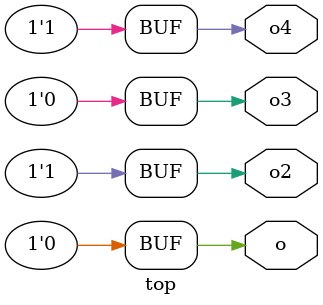
<source format=v>
module top(output o, output o2, output o3, output o4);

assign o = 1'b0;
assign o2 = 1'b1;
assign o3 = 1'b0;
assign o4 = 1'b1;

endmodule

</source>
